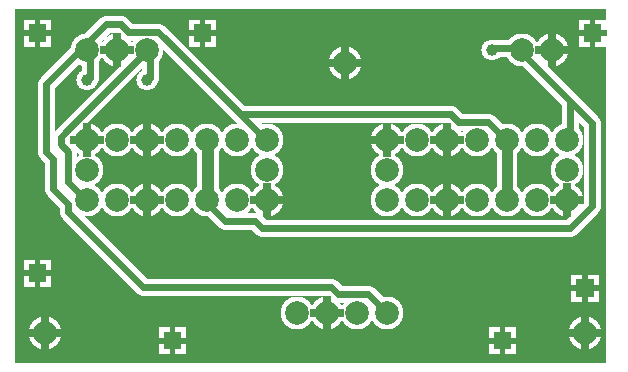
<source format=gbr>
%FSLAX34Y34*%
%MOMM*%
%LNCOPPER_BOTTOM*%
G71*
G01*
%ADD10C,2.800*%
%ADD11C,1.700*%
%ADD12C,1.400*%
%ADD13C,2.800*%
%ADD14C,1.800*%
%ADD15C,0.667*%
%ADD16C,0.500*%
%ADD17C,2.000*%
%ADD18C,0.900*%
%ADD19C,0.600*%
%ADD20C,2.000*%
%ADD21C,1.000*%
%LPD*%
G36*
X0Y300000D02*
X500000Y300000D01*
X500000Y0D01*
X0Y0D01*
X0Y300000D01*
G37*
%LPC*%
X315100Y188710D02*
G54D10*
D03*
X340500Y188710D02*
G54D10*
D03*
X340500Y188710D02*
G54D10*
D03*
X365900Y188710D02*
G54D10*
D03*
X365900Y188710D02*
G54D10*
D03*
X391300Y188710D02*
G54D10*
D03*
X391300Y188710D02*
G54D10*
D03*
X416700Y188710D02*
G54D10*
D03*
X416700Y188710D02*
G54D10*
D03*
X442100Y188710D02*
G54D10*
D03*
X442100Y188710D02*
G54D10*
D03*
X467500Y188710D02*
G54D10*
D03*
X467500Y188710D02*
G54D10*
D03*
X467500Y163310D02*
G54D10*
D03*
X467500Y163310D02*
G54D10*
D03*
X467500Y137910D02*
G54D10*
D03*
X315100Y188710D02*
G54D10*
D03*
X315100Y163310D02*
G54D10*
D03*
X315100Y163310D02*
G54D10*
D03*
X315100Y137910D02*
G54D10*
D03*
X315100Y137910D02*
G54D10*
D03*
X340500Y137910D02*
G54D10*
D03*
X340500Y137910D02*
G54D10*
D03*
X365900Y137910D02*
G54D10*
D03*
X365900Y137910D02*
G54D10*
D03*
X391300Y137910D02*
G54D10*
D03*
X391300Y137910D02*
G54D10*
D03*
X416700Y137910D02*
G54D10*
D03*
X416700Y137910D02*
G54D10*
D03*
X442100Y137910D02*
G54D10*
D03*
X442100Y137910D02*
G54D10*
D03*
X467500Y137910D02*
G54D10*
D03*
X467500Y137910D02*
G54D10*
D03*
X315100Y137910D02*
G54D10*
D03*
X61100Y188710D02*
G54D10*
D03*
X86500Y188710D02*
G54D10*
D03*
X86500Y188710D02*
G54D10*
D03*
X111900Y188710D02*
G54D10*
D03*
X111900Y188710D02*
G54D10*
D03*
X137300Y188710D02*
G54D10*
D03*
X137300Y188710D02*
G54D10*
D03*
X162700Y188710D02*
G54D10*
D03*
X162700Y188710D02*
G54D10*
D03*
X188100Y188710D02*
G54D10*
D03*
X188100Y188710D02*
G54D10*
D03*
X213500Y188710D02*
G54D10*
D03*
X213500Y188710D02*
G54D10*
D03*
X213500Y163310D02*
G54D10*
D03*
X213500Y163310D02*
G54D10*
D03*
X213500Y137910D02*
G54D10*
D03*
X61100Y188710D02*
G54D10*
D03*
X61100Y163310D02*
G54D10*
D03*
X61100Y163310D02*
G54D10*
D03*
X61100Y137910D02*
G54D10*
D03*
X61100Y137910D02*
G54D10*
D03*
X86500Y137910D02*
G54D10*
D03*
X86500Y137910D02*
G54D10*
D03*
X111900Y137910D02*
G54D10*
D03*
X111900Y137910D02*
G54D10*
D03*
X137300Y137910D02*
G54D10*
D03*
X137300Y137910D02*
G54D10*
D03*
X162700Y137910D02*
G54D10*
D03*
X162700Y137910D02*
G54D10*
D03*
X188100Y137910D02*
G54D10*
D03*
X188100Y137910D02*
G54D10*
D03*
X213500Y137910D02*
G54D10*
D03*
X213500Y137910D02*
G54D10*
D03*
X61100Y137910D02*
G54D10*
D03*
X238900Y42660D02*
G54D10*
D03*
X238900Y42660D02*
G54D10*
D03*
X264300Y42660D02*
G54D10*
D03*
X264300Y42660D02*
G54D10*
D03*
X289700Y42660D02*
G54D10*
D03*
X289700Y42660D02*
G54D10*
D03*
X315100Y42660D02*
G54D10*
D03*
X315100Y42660D02*
G54D10*
D03*
G54D11*
X162700Y137910D02*
X162700Y188710D01*
G54D11*
X416700Y137910D02*
X416700Y188710D01*
X61100Y264910D02*
G54D10*
D03*
X86500Y264910D02*
G54D10*
D03*
X111900Y264910D02*
G54D10*
D03*
X454800Y264910D02*
G54D10*
D03*
X429400Y264910D02*
G54D10*
D03*
G54D12*
X111900Y264910D02*
X108750Y268060D01*
X108750Y261710D01*
X38900Y191860D01*
X38900Y185510D01*
X45250Y179160D01*
X45250Y153760D01*
X57950Y141060D01*
X61100Y137910D01*
G54D12*
X61100Y264910D02*
X57950Y268060D01*
X26200Y236310D01*
X26200Y179160D01*
X32550Y172810D01*
X32550Y147410D01*
X45250Y134710D01*
X45250Y128360D01*
X108750Y64860D01*
X267500Y64860D01*
X273850Y58510D01*
X299250Y58510D01*
X311950Y45810D01*
X315100Y42660D01*
G54D12*
X61100Y264910D02*
X57950Y268060D01*
X77000Y287110D01*
X89700Y287110D01*
X96050Y280760D01*
X121450Y280760D01*
X210350Y191860D01*
X213500Y188710D01*
G54D12*
X61100Y264910D02*
X57950Y268060D01*
X77000Y287110D01*
X89700Y287110D01*
X96050Y280760D01*
X121450Y280760D01*
X191300Y210910D01*
X369100Y210910D01*
X375450Y204560D01*
X400850Y204560D01*
X413550Y191860D01*
X416700Y188710D01*
G54D12*
X429400Y264910D02*
X431800Y266700D01*
X431800Y260350D01*
X488950Y203200D01*
X488950Y133350D01*
X469900Y114300D01*
X209550Y114300D01*
X203200Y120650D01*
X177800Y120650D01*
X165100Y133350D01*
X165100Y190500D01*
X162700Y188710D01*
G54D12*
X429400Y264910D02*
X431800Y266700D01*
X431800Y260350D01*
X469900Y222250D01*
X469900Y190500D01*
X467500Y188710D01*
X25400Y25400D02*
G54D10*
D03*
X25400Y25400D02*
G54D13*
D03*
X482600Y25400D02*
G54D13*
D03*
X279400Y254000D02*
G54D13*
D03*
G36*
X7550Y290900D02*
X30550Y290900D01*
X30550Y267900D01*
X7550Y267900D01*
X7550Y290900D01*
G37*
G36*
X7550Y87700D02*
X30550Y87700D01*
X30550Y64700D01*
X7550Y64700D01*
X7550Y87700D01*
G37*
G36*
X121850Y30550D02*
X144850Y30550D01*
X144850Y7550D01*
X121850Y7550D01*
X121850Y30550D01*
G37*
G36*
X401250Y30550D02*
X424250Y30550D01*
X424250Y7550D01*
X401250Y7550D01*
X401250Y30550D01*
G37*
G36*
X471100Y75000D02*
X494100Y75000D01*
X494100Y52000D01*
X471100Y52000D01*
X471100Y75000D01*
G37*
G36*
X147250Y290900D02*
X170250Y290900D01*
X170250Y267900D01*
X147250Y267900D01*
X147250Y290900D01*
G37*
G36*
X477450Y290900D02*
X500450Y290900D01*
X500450Y267900D01*
X477450Y267900D01*
X477450Y290900D01*
G37*
X61100Y239510D02*
G54D14*
D03*
X111900Y239510D02*
G54D14*
D03*
X404000Y264910D02*
G54D14*
D03*
G54D12*
X61100Y239510D02*
X63500Y241300D01*
X63500Y266700D01*
X61100Y264910D01*
G54D12*
X111900Y239510D02*
X114300Y241300D01*
X114300Y266700D01*
X111900Y264910D01*
G54D12*
X404000Y264910D02*
X406400Y266700D01*
X431800Y266700D01*
X429400Y264910D01*
%LPD*%
G54D15*
G36*
X362567Y188710D02*
X362567Y203210D01*
X369233Y203210D01*
X369233Y188710D01*
X362567Y188710D01*
G37*
G36*
X365900Y192043D02*
X380400Y192043D01*
X380400Y185377D01*
X365900Y185377D01*
X365900Y192043D01*
G37*
G36*
X369233Y188710D02*
X369233Y174210D01*
X362567Y174210D01*
X362567Y188710D01*
X369233Y188710D01*
G37*
G36*
X365900Y185377D02*
X351400Y185377D01*
X351400Y192043D01*
X365900Y192043D01*
X365900Y185377D01*
G37*
G54D15*
G36*
X315100Y192043D02*
X329600Y192043D01*
X329600Y185377D01*
X315100Y185377D01*
X315100Y192043D01*
G37*
G36*
X318433Y188710D02*
X318433Y174210D01*
X311767Y174210D01*
X311767Y188710D01*
X318433Y188710D01*
G37*
G36*
X315100Y185377D02*
X300600Y185377D01*
X300600Y192043D01*
X315100Y192043D01*
X315100Y185377D01*
G37*
G36*
X311767Y188710D02*
X311767Y203210D01*
X318433Y203210D01*
X318433Y188710D01*
X311767Y188710D01*
G37*
G54D15*
G36*
X362567Y137910D02*
X362567Y152410D01*
X369233Y152410D01*
X369233Y137910D01*
X362567Y137910D01*
G37*
G36*
X365900Y141243D02*
X380400Y141243D01*
X380400Y134577D01*
X365900Y134577D01*
X365900Y141243D01*
G37*
G36*
X369233Y137910D02*
X369233Y123410D01*
X362567Y123410D01*
X362567Y137910D01*
X369233Y137910D01*
G37*
G36*
X365900Y134577D02*
X351400Y134577D01*
X351400Y141243D01*
X365900Y141243D01*
X365900Y134577D01*
G37*
G54D15*
G36*
X467500Y141243D02*
X482000Y141243D01*
X482000Y134577D01*
X467500Y134577D01*
X467500Y141243D01*
G37*
G36*
X470833Y137910D02*
X470833Y123410D01*
X464167Y123410D01*
X464167Y137910D01*
X470833Y137910D01*
G37*
G36*
X467500Y134577D02*
X453000Y134577D01*
X453000Y141243D01*
X467500Y141243D01*
X467500Y134577D01*
G37*
G36*
X464167Y137910D02*
X464167Y152410D01*
X470833Y152410D01*
X470833Y137910D01*
X464167Y137910D01*
G37*
G54D15*
G36*
X108567Y188710D02*
X108567Y203210D01*
X115233Y203210D01*
X115233Y188710D01*
X108567Y188710D01*
G37*
G36*
X111900Y192043D02*
X126400Y192043D01*
X126400Y185377D01*
X111900Y185377D01*
X111900Y192043D01*
G37*
G36*
X115233Y188710D02*
X115233Y174210D01*
X108567Y174210D01*
X108567Y188710D01*
X115233Y188710D01*
G37*
G36*
X111900Y185377D02*
X97400Y185377D01*
X97400Y192043D01*
X111900Y192043D01*
X111900Y185377D01*
G37*
G54D15*
G36*
X61100Y192043D02*
X75600Y192043D01*
X75600Y185377D01*
X61100Y185377D01*
X61100Y192043D01*
G37*
G36*
X64433Y188710D02*
X64433Y174210D01*
X57767Y174210D01*
X57767Y188710D01*
X64433Y188710D01*
G37*
G36*
X61100Y185377D02*
X46600Y185377D01*
X46600Y192043D01*
X61100Y192043D01*
X61100Y185377D01*
G37*
G36*
X57767Y188710D02*
X57767Y203210D01*
X64433Y203210D01*
X64433Y188710D01*
X57767Y188710D01*
G37*
G54D15*
G36*
X108567Y137910D02*
X108567Y152410D01*
X115233Y152410D01*
X115233Y137910D01*
X108567Y137910D01*
G37*
G36*
X111900Y141243D02*
X126400Y141243D01*
X126400Y134577D01*
X111900Y134577D01*
X111900Y141243D01*
G37*
G36*
X115233Y137910D02*
X115233Y123410D01*
X108567Y123410D01*
X108567Y137910D01*
X115233Y137910D01*
G37*
G36*
X111900Y134577D02*
X97400Y134577D01*
X97400Y141243D01*
X111900Y141243D01*
X111900Y134577D01*
G37*
G54D15*
G36*
X213500Y141243D02*
X228000Y141243D01*
X228000Y134577D01*
X213500Y134577D01*
X213500Y141243D01*
G37*
G36*
X216833Y137910D02*
X216833Y123410D01*
X210167Y123410D01*
X210167Y137910D01*
X216833Y137910D01*
G37*
G36*
X213500Y134577D02*
X199000Y134577D01*
X199000Y141243D01*
X213500Y141243D01*
X213500Y134577D01*
G37*
G36*
X210167Y137910D02*
X210167Y152410D01*
X216833Y152410D01*
X216833Y137910D01*
X210167Y137910D01*
G37*
G54D15*
G36*
X260967Y42660D02*
X260967Y57160D01*
X267633Y57160D01*
X267633Y42660D01*
X260967Y42660D01*
G37*
G36*
X264300Y45993D02*
X278800Y45993D01*
X278800Y39327D01*
X264300Y39327D01*
X264300Y45993D01*
G37*
G36*
X267633Y42660D02*
X267633Y28160D01*
X260967Y28160D01*
X260967Y42660D01*
X267633Y42660D01*
G37*
G36*
X264300Y39327D02*
X249800Y39327D01*
X249800Y45993D01*
X264300Y45993D01*
X264300Y39327D01*
G37*
G54D15*
G36*
X83167Y264910D02*
X83167Y279410D01*
X89833Y279410D01*
X89833Y264910D01*
X83167Y264910D01*
G37*
G36*
X86500Y268243D02*
X101000Y268243D01*
X101000Y261577D01*
X86500Y261577D01*
X86500Y268243D01*
G37*
G36*
X89833Y264910D02*
X89833Y250410D01*
X83167Y250410D01*
X83167Y264910D01*
X89833Y264910D01*
G37*
G36*
X86500Y261577D02*
X72000Y261577D01*
X72000Y268243D01*
X86500Y268243D01*
X86500Y261577D01*
G37*
G54D15*
G36*
X451467Y264910D02*
X451467Y279410D01*
X458133Y279410D01*
X458133Y264910D01*
X451467Y264910D01*
G37*
G36*
X454800Y268243D02*
X469300Y268243D01*
X469300Y261577D01*
X454800Y261577D01*
X454800Y268243D01*
G37*
G36*
X458133Y264910D02*
X458133Y250410D01*
X451467Y250410D01*
X451467Y264910D01*
X458133Y264910D01*
G37*
G36*
X454800Y261577D02*
X440300Y261577D01*
X440300Y268243D01*
X454800Y268243D01*
X454800Y261577D01*
G37*
G54D15*
G36*
X22067Y25400D02*
X22067Y39900D01*
X28733Y39900D01*
X28733Y25400D01*
X22067Y25400D01*
G37*
G36*
X25400Y28733D02*
X39900Y28733D01*
X39900Y22067D01*
X25400Y22067D01*
X25400Y28733D01*
G37*
G36*
X28733Y25400D02*
X28733Y10900D01*
X22067Y10900D01*
X22067Y25400D01*
X28733Y25400D01*
G37*
G36*
X25400Y22067D02*
X10900Y22067D01*
X10900Y28733D01*
X25400Y28733D01*
X25400Y22067D01*
G37*
G54D15*
G36*
X479267Y25400D02*
X479267Y39900D01*
X485933Y39900D01*
X485933Y25400D01*
X479267Y25400D01*
G37*
G36*
X482600Y28733D02*
X497100Y28733D01*
X497100Y22067D01*
X482600Y22067D01*
X482600Y28733D01*
G37*
G36*
X485933Y25400D02*
X485933Y10900D01*
X479267Y10900D01*
X479267Y25400D01*
X485933Y25400D01*
G37*
G36*
X482600Y22067D02*
X468100Y22067D01*
X468100Y28733D01*
X482600Y28733D01*
X482600Y22067D01*
G37*
G54D15*
G36*
X276067Y254000D02*
X276067Y268500D01*
X282733Y268500D01*
X282733Y254000D01*
X276067Y254000D01*
G37*
G36*
X279400Y257333D02*
X293900Y257333D01*
X293900Y250667D01*
X279400Y250667D01*
X279400Y257333D01*
G37*
G36*
X282733Y254000D02*
X282733Y239500D01*
X276067Y239500D01*
X276067Y254000D01*
X282733Y254000D01*
G37*
G36*
X279400Y250667D02*
X264900Y250667D01*
X264900Y257333D01*
X279400Y257333D01*
X279400Y250667D01*
G37*
G54D16*
G36*
X16550Y279400D02*
X16550Y291400D01*
X21550Y291400D01*
X21550Y279400D01*
X16550Y279400D01*
G37*
G36*
X19050Y281900D02*
X31050Y281900D01*
X31050Y276900D01*
X19050Y276900D01*
X19050Y281900D01*
G37*
G36*
X21550Y279400D02*
X21550Y267400D01*
X16550Y267400D01*
X16550Y279400D01*
X21550Y279400D01*
G37*
G36*
X19050Y276900D02*
X7050Y276900D01*
X7050Y281900D01*
X19050Y281900D01*
X19050Y276900D01*
G37*
G54D16*
G36*
X16550Y76200D02*
X16550Y88200D01*
X21550Y88200D01*
X21550Y76200D01*
X16550Y76200D01*
G37*
G36*
X19050Y78700D02*
X31050Y78700D01*
X31050Y73700D01*
X19050Y73700D01*
X19050Y78700D01*
G37*
G36*
X21550Y76200D02*
X21550Y64200D01*
X16550Y64200D01*
X16550Y76200D01*
X21550Y76200D01*
G37*
G36*
X19050Y73700D02*
X7050Y73700D01*
X7050Y78700D01*
X19050Y78700D01*
X19050Y73700D01*
G37*
G54D16*
G36*
X130850Y19050D02*
X130850Y31050D01*
X135850Y31050D01*
X135850Y19050D01*
X130850Y19050D01*
G37*
G36*
X133350Y21550D02*
X145350Y21550D01*
X145350Y16550D01*
X133350Y16550D01*
X133350Y21550D01*
G37*
G36*
X135850Y19050D02*
X135850Y7050D01*
X130850Y7050D01*
X130850Y19050D01*
X135850Y19050D01*
G37*
G36*
X133350Y16550D02*
X121350Y16550D01*
X121350Y21550D01*
X133350Y21550D01*
X133350Y16550D01*
G37*
G54D16*
G36*
X410250Y19050D02*
X410250Y31050D01*
X415250Y31050D01*
X415250Y19050D01*
X410250Y19050D01*
G37*
G36*
X412750Y21550D02*
X424750Y21550D01*
X424750Y16550D01*
X412750Y16550D01*
X412750Y21550D01*
G37*
G36*
X415250Y19050D02*
X415250Y7050D01*
X410250Y7050D01*
X410250Y19050D01*
X415250Y19050D01*
G37*
G36*
X412750Y16550D02*
X400750Y16550D01*
X400750Y21550D01*
X412750Y21550D01*
X412750Y16550D01*
G37*
G54D16*
G36*
X480100Y63500D02*
X480100Y75500D01*
X485100Y75500D01*
X485100Y63500D01*
X480100Y63500D01*
G37*
G36*
X482600Y66000D02*
X494600Y66000D01*
X494600Y61000D01*
X482600Y61000D01*
X482600Y66000D01*
G37*
G36*
X485100Y63500D02*
X485100Y51500D01*
X480100Y51500D01*
X480100Y63500D01*
X485100Y63500D01*
G37*
G36*
X482600Y61000D02*
X470600Y61000D01*
X470600Y66000D01*
X482600Y66000D01*
X482600Y61000D01*
G37*
G54D16*
G36*
X156250Y279400D02*
X156250Y291400D01*
X161250Y291400D01*
X161250Y279400D01*
X156250Y279400D01*
G37*
G36*
X158750Y281900D02*
X170750Y281900D01*
X170750Y276900D01*
X158750Y276900D01*
X158750Y281900D01*
G37*
G36*
X161250Y279400D02*
X161250Y267400D01*
X156250Y267400D01*
X156250Y279400D01*
X161250Y279400D01*
G37*
G36*
X158750Y276900D02*
X146750Y276900D01*
X146750Y281900D01*
X158750Y281900D01*
X158750Y276900D01*
G37*
G54D16*
G36*
X486450Y279400D02*
X486450Y291400D01*
X491450Y291400D01*
X491450Y279400D01*
X486450Y279400D01*
G37*
G36*
X488950Y281900D02*
X500950Y281900D01*
X500950Y276900D01*
X488950Y276900D01*
X488950Y281900D01*
G37*
G36*
X491450Y279400D02*
X491450Y267400D01*
X486450Y267400D01*
X486450Y279400D01*
X491450Y279400D01*
G37*
G36*
X488950Y276900D02*
X476950Y276900D01*
X476950Y281900D01*
X488950Y281900D01*
X488950Y276900D01*
G37*
X315100Y188710D02*
G54D17*
D03*
X340500Y188710D02*
G54D17*
D03*
X340500Y188710D02*
G54D17*
D03*
X365900Y188710D02*
G54D17*
D03*
X365900Y188710D02*
G54D17*
D03*
X391300Y188710D02*
G54D17*
D03*
X391300Y188710D02*
G54D17*
D03*
X416700Y188710D02*
G54D17*
D03*
X416700Y188710D02*
G54D17*
D03*
X442100Y188710D02*
G54D17*
D03*
X442100Y188710D02*
G54D17*
D03*
X467500Y188710D02*
G54D17*
D03*
X467500Y188710D02*
G54D17*
D03*
X467500Y163310D02*
G54D17*
D03*
X467500Y163310D02*
G54D17*
D03*
X467500Y137910D02*
G54D17*
D03*
X315100Y188710D02*
G54D17*
D03*
X315100Y163310D02*
G54D17*
D03*
X315100Y163310D02*
G54D17*
D03*
X315100Y137910D02*
G54D17*
D03*
X315100Y137910D02*
G54D17*
D03*
X340500Y137910D02*
G54D17*
D03*
X340500Y137910D02*
G54D17*
D03*
X365900Y137910D02*
G54D17*
D03*
X365900Y137910D02*
G54D17*
D03*
X391300Y137910D02*
G54D17*
D03*
X391300Y137910D02*
G54D17*
D03*
X416700Y137910D02*
G54D17*
D03*
X416700Y137910D02*
G54D17*
D03*
X442100Y137910D02*
G54D17*
D03*
X442100Y137910D02*
G54D17*
D03*
X467500Y137910D02*
G54D17*
D03*
X467500Y137910D02*
G54D17*
D03*
X315100Y137910D02*
G54D17*
D03*
X61100Y188710D02*
G54D17*
D03*
X86500Y188710D02*
G54D17*
D03*
X86500Y188710D02*
G54D17*
D03*
X111900Y188710D02*
G54D17*
D03*
X111900Y188710D02*
G54D17*
D03*
X137300Y188710D02*
G54D17*
D03*
X137300Y188710D02*
G54D17*
D03*
X162700Y188710D02*
G54D17*
D03*
X162700Y188710D02*
G54D17*
D03*
X188100Y188710D02*
G54D17*
D03*
X188100Y188710D02*
G54D17*
D03*
X213500Y188710D02*
G54D17*
D03*
X213500Y188710D02*
G54D17*
D03*
X213500Y163310D02*
G54D17*
D03*
X213500Y163310D02*
G54D17*
D03*
X213500Y137910D02*
G54D17*
D03*
X61100Y188710D02*
G54D17*
D03*
X61100Y163310D02*
G54D17*
D03*
X61100Y163310D02*
G54D17*
D03*
X61100Y137910D02*
G54D17*
D03*
X61100Y137910D02*
G54D17*
D03*
X86500Y137910D02*
G54D17*
D03*
X86500Y137910D02*
G54D17*
D03*
X111900Y137910D02*
G54D17*
D03*
X111900Y137910D02*
G54D17*
D03*
X137300Y137910D02*
G54D17*
D03*
X137300Y137910D02*
G54D17*
D03*
X162700Y137910D02*
G54D17*
D03*
X162700Y137910D02*
G54D17*
D03*
X188100Y137910D02*
G54D17*
D03*
X188100Y137910D02*
G54D17*
D03*
X213500Y137910D02*
G54D17*
D03*
X213500Y137910D02*
G54D17*
D03*
X61100Y137910D02*
G54D17*
D03*
X238900Y42660D02*
G54D17*
D03*
X238900Y42660D02*
G54D17*
D03*
X264300Y42660D02*
G54D17*
D03*
X264300Y42660D02*
G54D17*
D03*
X289700Y42660D02*
G54D17*
D03*
X289700Y42660D02*
G54D17*
D03*
X315100Y42660D02*
G54D17*
D03*
X315100Y42660D02*
G54D17*
D03*
G54D18*
X162700Y137910D02*
X162700Y188710D01*
G54D18*
X416700Y137910D02*
X416700Y188710D01*
X61100Y264910D02*
G54D17*
D03*
X86500Y264910D02*
G54D17*
D03*
X111900Y264910D02*
G54D17*
D03*
X454800Y264910D02*
G54D17*
D03*
X429400Y264910D02*
G54D17*
D03*
G54D19*
X111900Y264910D02*
X108750Y268060D01*
X108750Y261710D01*
X38900Y191860D01*
X38900Y185510D01*
X45250Y179160D01*
X45250Y153760D01*
X57950Y141060D01*
X61100Y137910D01*
G54D19*
X61100Y264910D02*
X57950Y268060D01*
X26200Y236310D01*
X26200Y179160D01*
X32550Y172810D01*
X32550Y147410D01*
X45250Y134710D01*
X45250Y128360D01*
X108750Y64860D01*
X267500Y64860D01*
X273850Y58510D01*
X299250Y58510D01*
X311950Y45810D01*
X315100Y42660D01*
G54D19*
X61100Y264910D02*
X57950Y268060D01*
X77000Y287110D01*
X89700Y287110D01*
X96050Y280760D01*
X121450Y280760D01*
X210350Y191860D01*
X213500Y188710D01*
G54D19*
X61100Y264910D02*
X57950Y268060D01*
X77000Y287110D01*
X89700Y287110D01*
X96050Y280760D01*
X121450Y280760D01*
X191300Y210910D01*
X369100Y210910D01*
X375450Y204560D01*
X400850Y204560D01*
X413550Y191860D01*
X416700Y188710D01*
G54D19*
X429400Y264910D02*
X431800Y266700D01*
X431800Y260350D01*
X488950Y203200D01*
X488950Y133350D01*
X469900Y114300D01*
X209550Y114300D01*
X203200Y120650D01*
X177800Y120650D01*
X165100Y133350D01*
X165100Y190500D01*
X162700Y188710D01*
G54D19*
X429400Y264910D02*
X431800Y266700D01*
X431800Y260350D01*
X469900Y222250D01*
X469900Y190500D01*
X467500Y188710D01*
X25400Y25400D02*
G54D17*
D03*
X25400Y25400D02*
G54D20*
D03*
X482600Y25400D02*
G54D20*
D03*
X279400Y254000D02*
G54D20*
D03*
G36*
X11550Y286900D02*
X26550Y286900D01*
X26550Y271900D01*
X11550Y271900D01*
X11550Y286900D01*
G37*
G36*
X11550Y83700D02*
X26550Y83700D01*
X26550Y68700D01*
X11550Y68700D01*
X11550Y83700D01*
G37*
G36*
X125850Y26550D02*
X140850Y26550D01*
X140850Y11550D01*
X125850Y11550D01*
X125850Y26550D01*
G37*
G36*
X405250Y26550D02*
X420250Y26550D01*
X420250Y11550D01*
X405250Y11550D01*
X405250Y26550D01*
G37*
G36*
X475100Y71000D02*
X490100Y71000D01*
X490100Y56000D01*
X475100Y56000D01*
X475100Y71000D01*
G37*
G36*
X151250Y286900D02*
X166250Y286900D01*
X166250Y271900D01*
X151250Y271900D01*
X151250Y286900D01*
G37*
G36*
X481450Y286900D02*
X496450Y286900D01*
X496450Y271900D01*
X481450Y271900D01*
X481450Y286900D01*
G37*
X61100Y239510D02*
G54D21*
D03*
X111900Y239510D02*
G54D21*
D03*
X404000Y264910D02*
G54D21*
D03*
G54D19*
X61100Y239510D02*
X63500Y241300D01*
X63500Y266700D01*
X61100Y264910D01*
G54D19*
X111900Y239510D02*
X114300Y241300D01*
X114300Y266700D01*
X111900Y264910D01*
G54D19*
X404000Y264910D02*
X406400Y266700D01*
X431800Y266700D01*
X429400Y264910D01*
M02*

</source>
